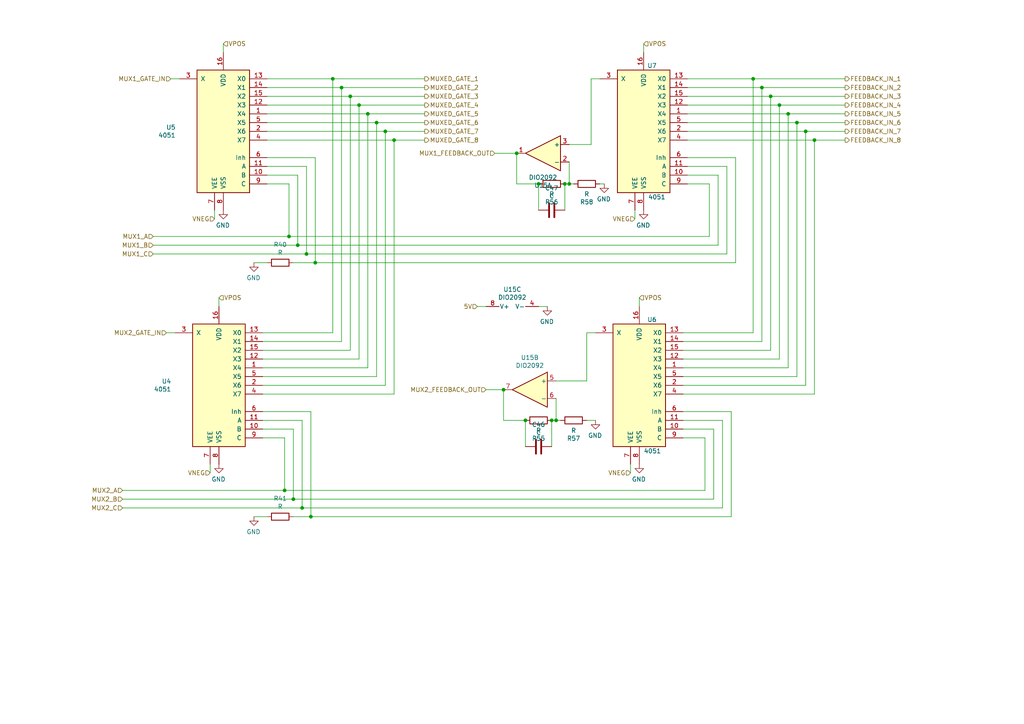
<source format=kicad_sch>
(kicad_sch (version 20230121) (generator eeschema)
  (paper "A4")
  (lib_symbols
    (symbol "4xxx:4051" (pin_names (offset 1.016))
      (property "Reference" "U" (at -7.62 19.05 0))
      (property "Value" "4051" (at -7.62 -19.05 0))
      (symbol "4051_1_0"
        (pin passive line (at -12.7 5.08 0) (length 5.08) (name "X4") (number "1"))
        (pin input line (at -12.7 -12.7 0) (length 5.08) (name "B") (number "10"))
        (pin input line (at -12.7 -10.16 0) (length 5.08) (name "A") (number "11"))
        (pin passive line (at -12.7 7.62 0) (length 5.08) (name "X3") (number "12"))
        (pin passive line (at -12.7 15.24 0) (length 5.08) (name "X0") (number "13"))
        (pin passive line (at -12.7 12.7 0) (length 5.08) (name "X1") (number "14"))
        (pin passive line (at -12.7 10.16 0) (length 5.08) (name "X2") (number "15"))
        (pin power_in line (at 0 22.86 270) (length 5.08) (name "VDD") (number "16"))
        (pin passive line (at -12.7 0 0) (length 5.08) (name "X6") (number "2"))
        (pin passive line (at 12.7 15.24 180) (length 5.08) (name "X") (number "3"))
        (pin passive line (at -12.7 -2.54 0) (length 5.08) (name "X7") (number "4"))
        (pin passive line (at -12.7 2.54 0) (length 5.08) (name "X5") (number "5"))
        (pin input line (at -12.7 -7.62 0) (length 5.08) (name "Inh") (number "6"))
        (pin power_in line (at 2.54 -22.86 90) (length 5.08) (name "VEE") (number "7"))
        (pin power_in line (at 0 -22.86 90) (length 5.08) (name "VSS") (number "8"))
        (pin input line (at -12.7 -15.24 0) (length 5.08) (name "C") (number "9"))
      )
      (symbol "4051_1_1"
        (rectangle (start -7.62 17.78) (end 7.62 -17.78) (stroke (width 0.254)) (fill (type background)))
      )
    )
    (symbol "Amplifier_Operational:LM358" (pin_names (offset 0.127))
      (property "Reference" "U" (at 0 5.08 0))
      (property "Value" "LM358" (at 0 -5.08 0))
      (symbol "LM358_1_1"
        (polyline (pts (xy -5.08 5.08) (xy 5.08 0) (xy -5.08 -5.08) (xy -5.08 5.08)) (stroke (width 0.254)) (fill (type background)))
        (pin output line (at 7.62 0 180) (length 2.54) (name "~") (number "1"))
        (pin input line (at -7.62 -2.54 0) (length 2.54) (name "-") (number "2"))
        (pin input line (at -7.62 2.54 0) (length 2.54) (name "+") (number "3"))
      )
      (symbol "LM358_2_1"
        (polyline (pts (xy -5.08 5.08) (xy 5.08 0) (xy -5.08 -5.08) (xy -5.08 5.08)) (stroke (width 0.254)) (fill (type background)))
        (pin input line (at -7.62 2.54 0) (length 2.54) (name "+") (number "5"))
        (pin input line (at -7.62 -2.54 0) (length 2.54) (name "-") (number "6"))
        (pin output line (at 7.62 0 180) (length 2.54) (name "~") (number "7"))
      )
      (symbol "LM358_3_1"
        (pin power_in line (at -2.54 -7.62 90) (length 3.81) (name "V-") (number "4"))
        (pin power_in line (at -2.54 7.62 270) (length 3.81) (name "V+") (number "8"))
      )
    )
    (symbol "Device:C" (pin_numbers hide) (pin_names (offset 0.254))
      (property "Reference" "C" (at 0.635 2.54 0))
      (property "Value" "C" (at 0.635 -2.54 0))
      (symbol "C_0_1"
        (polyline (pts (xy -2.032 -0.762) (xy 2.032 -0.762)) (stroke (width 0.508)))
        (polyline (pts (xy -2.032 0.762) (xy 2.032 0.762)) (stroke (width 0.508)))
      )
      (symbol "C_1_1"
        (pin passive line (at 0 3.81 270) (length 2.794) (name "~") (number "1"))
        (pin passive line (at 0 -3.81 90) (length 2.794) (name "~") (number "2"))
      )
    )
    (symbol "Device:R" (pin_numbers hide) (pin_names (offset 0))
      (property "Reference" "R" (at 2.032 0 90))
      (property "Value" "R" (at 0 0 90))
      (symbol "R_0_1"
        (rectangle (start -1.016 -2.54) (end 1.016 2.54) (stroke (width 0.254)))
      )
      (symbol "R_1_1"
        (pin passive line (at 0 3.81 270) (length 1.27) (name "~") (number "1"))
        (pin passive line (at 0 -3.81 90) (length 1.27) (name "~") (number "2"))
      )
    )
    (symbol "power:GND" (power) (pin_names (offset 0))
      (property "Value" "GND" (at 0 -3.81 0))
      (symbol "GND_0_1"
        (polyline (pts (xy 0 0) (xy 0 -1.27) (xy 1.27 -1.27) (xy 0 -2.54) (xy -1.27 -1.27) (xy 0 -1.27)))
      )
      (symbol "GND_1_1"
        (pin power_in line (at 0 0 270) (length 0) hide (name "GND") (number "1"))
      )
    )
  )
  (junction (at 223.52 27.94))
  (junction (at 83.82 68.58))
  (junction (at 87.63 147.32))
  (junction (at 149.86 44.45))
  (junction (at 228.6 33.02))
  (junction (at 101.6 27.94))
  (junction (at 220.98 25.4))
  (junction (at 231.14 35.56))
  (junction (at 156.21 53.34))
  (junction (at 88.9 73.66))
  (junction (at 160.02 121.92))
  (junction (at 226.06 30.48))
  (junction (at 91.44 76.2))
  (junction (at 218.44 22.86))
  (junction (at 82.55 142.24))
  (junction (at 85.09 144.78))
  (junction (at 104.14 30.48))
  (junction (at 152.4 121.92))
  (junction (at 236.22 40.64))
  (junction (at 165.1 53.34))
  (junction (at 106.68 33.02))
  (junction (at 109.22 35.56))
  (junction (at 96.52 22.86))
  (junction (at 111.76 38.1))
  (junction (at 86.36 71.12))
  (junction (at 233.68 38.1))
  (junction (at 90.17 149.86))
  (junction (at 114.3 40.64))
  (junction (at 163.83 53.34))
  (junction (at 146.05 113.03))
  (junction (at 99.06 25.4))
  (junction (at 161.29 121.92))
  (wire (pts (xy 184.15 60.96) (xy 184.15 63.5)))
  (wire (pts (xy 231.14 35.56) (xy 245.11 35.56)))
  (wire (pts (xy 82.55 142.24) (xy 204.47 142.24)))
  (wire (pts (xy 199.39 30.48) (xy 226.06 30.48)))
  (wire (pts (xy 76.2 96.52) (xy 96.52 96.52)))
  (wire (pts (xy 83.82 68.58) (xy 44.45 68.58)))
  (wire (pts (xy 88.9 73.66) (xy 44.45 73.66)))
  (wire (pts (xy 173.99 53.34) (xy 175.26 53.34)))
  (wire (pts (xy 199.39 25.4) (xy 220.98 25.4)))
  (wire (pts (xy 114.3 40.64) (xy 123.19 40.64)))
  (wire (pts (xy 171.45 22.86) (xy 171.45 41.91)))
  (wire (pts (xy 140.97 88.9) (xy 138.43 88.9)))
  (wire (pts (xy 91.44 76.2) (xy 85.09 76.2)))
  (wire (pts (xy 91.44 45.72) (xy 91.44 76.2)))
  (wire (pts (xy 77.47 45.72) (xy 91.44 45.72)))
  (wire (pts (xy 90.17 119.38) (xy 90.17 149.86)))
  (wire (pts (xy 85.09 124.46) (xy 85.09 144.78)))
  (wire (pts (xy 199.39 33.02) (xy 228.6 33.02)))
  (wire (pts (xy 101.6 27.94) (xy 123.19 27.94)))
  (wire (pts (xy 104.14 30.48) (xy 123.19 30.48)))
  (wire (pts (xy 76.2 99.06) (xy 99.06 99.06)))
  (wire (pts (xy 199.39 27.94) (xy 223.52 27.94)))
  (wire (pts (xy 77.47 30.48) (xy 104.14 30.48)))
  (wire (pts (xy 204.47 127) (xy 204.47 142.24)))
  (wire (pts (xy 198.12 99.06) (xy 220.98 99.06)))
  (wire (pts (xy 198.12 121.92) (xy 209.55 121.92)))
  (wire (pts (xy 165.1 53.34) (xy 165.1 46.99)))
  (wire (pts (xy 99.06 25.4) (xy 123.19 25.4)))
  (wire (pts (xy 198.12 101.6) (xy 223.52 101.6)))
  (wire (pts (xy 64.77 12.7) (xy 64.77 15.24)))
  (wire (pts (xy 77.47 38.1) (xy 111.76 38.1)))
  (wire (pts (xy 106.68 33.02) (xy 123.19 33.02)))
  (wire (pts (xy 82.55 127) (xy 76.2 127)))
  (wire (pts (xy 101.6 101.6) (xy 101.6 27.94)))
  (wire (pts (xy 236.22 40.64) (xy 245.11 40.64)))
  (wire (pts (xy 198.12 111.76) (xy 233.68 111.76)))
  (wire (pts (xy 236.22 114.3) (xy 236.22 40.64)))
  (wire (pts (xy 86.36 50.8) (xy 86.36 71.12)))
  (wire (pts (xy 83.82 53.34) (xy 77.47 53.34)))
  (wire (pts (xy 91.44 76.2) (xy 213.36 76.2)))
  (wire (pts (xy 77.47 25.4) (xy 99.06 25.4)))
  (wire (pts (xy 170.18 96.52) (xy 170.18 110.49)))
  (wire (pts (xy 96.52 22.86) (xy 123.19 22.86)))
  (wire (pts (xy 106.68 106.68) (xy 106.68 33.02)))
  (wire (pts (xy 114.3 40.64) (xy 114.3 114.3)))
  (wire (pts (xy 62.23 60.96) (xy 62.23 63.5)))
  (wire (pts (xy 208.28 50.8) (xy 208.28 71.12)))
  (wire (pts (xy 170.18 96.52) (xy 172.72 96.52)))
  (wire (pts (xy 87.63 121.92) (xy 87.63 147.32)))
  (wire (pts (xy 152.4 129.54) (xy 152.4 121.92)))
  (wire (pts (xy 63.5 86.36) (xy 63.5 88.9)))
  (wire (pts (xy 161.29 121.92) (xy 162.56 121.92)))
  (wire (pts (xy 88.9 48.26) (xy 88.9 73.66)))
  (wire (pts (xy 146.05 121.92) (xy 152.4 121.92)))
  (wire (pts (xy 109.22 35.56) (xy 109.22 109.22)))
  (wire (pts (xy 223.52 27.94) (xy 245.11 27.94)))
  (wire (pts (xy 87.63 147.32) (xy 209.55 147.32)))
  (wire (pts (xy 156.21 60.96) (xy 156.21 53.34)))
  (wire (pts (xy 160.02 121.92) (xy 160.02 129.54)))
  (wire (pts (xy 86.36 71.12) (xy 208.28 71.12)))
  (wire (pts (xy 198.12 124.46) (xy 207.01 124.46)))
  (wire (pts (xy 86.36 71.12) (xy 44.45 71.12)))
  (wire (pts (xy 76.2 106.68) (xy 106.68 106.68)))
  (wire (pts (xy 149.86 53.34) (xy 156.21 53.34)))
  (wire (pts (xy 186.69 12.7) (xy 186.69 15.24)))
  (wire (pts (xy 76.2 104.14) (xy 104.14 104.14)))
  (wire (pts (xy 77.47 27.94) (xy 101.6 27.94)))
  (wire (pts (xy 209.55 121.92) (xy 209.55 147.32)))
  (wire (pts (xy 76.2 109.22) (xy 109.22 109.22)))
  (wire (pts (xy 149.86 44.45) (xy 149.86 53.34)))
  (wire (pts (xy 82.55 127) (xy 82.55 142.24)))
  (wire (pts (xy 49.53 22.86) (xy 52.07 22.86)))
  (wire (pts (xy 199.39 48.26) (xy 210.82 48.26)))
  (wire (pts (xy 77.47 40.64) (xy 114.3 40.64)))
  (wire (pts (xy 77.47 35.56) (xy 109.22 35.56)))
  (wire (pts (xy 205.74 53.34) (xy 205.74 68.58)))
  (wire (pts (xy 77.47 149.86) (xy 73.66 149.86)))
  (wire (pts (xy 198.12 104.14) (xy 226.06 104.14)))
  (wire (pts (xy 199.39 40.64) (xy 236.22 40.64)))
  (wire (pts (xy 163.83 53.34) (xy 165.1 53.34)))
  (wire (pts (xy 83.82 53.34) (xy 83.82 68.58)))
  (wire (pts (xy 77.47 50.8) (xy 86.36 50.8)))
  (wire (pts (xy 228.6 33.02) (xy 245.11 33.02)))
  (wire (pts (xy 204.47 127) (xy 198.12 127)))
  (wire (pts (xy 226.06 104.14) (xy 226.06 30.48)))
  (wire (pts (xy 163.83 53.34) (xy 163.83 60.96)))
  (wire (pts (xy 111.76 38.1) (xy 123.19 38.1)))
  (wire (pts (xy 60.96 134.62) (xy 60.96 137.16)))
  (wire (pts (xy 220.98 25.4) (xy 245.11 25.4)))
  (wire (pts (xy 96.52 96.52) (xy 96.52 22.86)))
  (wire (pts (xy 146.05 113.03) (xy 146.05 121.92)))
  (wire (pts (xy 146.05 113.03) (xy 140.97 113.03)))
  (wire (pts (xy 223.52 27.94) (xy 223.52 101.6)))
  (wire (pts (xy 199.39 35.56) (xy 231.14 35.56)))
  (wire (pts (xy 90.17 149.86) (xy 85.09 149.86)))
  (wire (pts (xy 220.98 99.06) (xy 220.98 25.4)))
  (wire (pts (xy 199.39 22.86) (xy 218.44 22.86)))
  (wire (pts (xy 172.72 121.92) (xy 170.18 121.92)))
  (wire (pts (xy 109.22 35.56) (xy 123.19 35.56)))
  (wire (pts (xy 198.12 119.38) (xy 212.09 119.38)))
  (wire (pts (xy 76.2 121.92) (xy 87.63 121.92)))
  (wire (pts (xy 77.47 76.2) (xy 73.66 76.2)))
  (wire (pts (xy 171.45 22.86) (xy 173.99 22.86)))
  (wire (pts (xy 210.82 48.26) (xy 210.82 73.66)))
  (wire (pts (xy 171.45 41.91) (xy 165.1 41.91)))
  (wire (pts (xy 161.29 121.92) (xy 161.29 115.57)))
  (wire (pts (xy 48.26 96.52) (xy 50.8 96.52)))
  (wire (pts (xy 83.82 68.58) (xy 205.74 68.58)))
  (wire (pts (xy 104.14 30.48) (xy 104.14 104.14)))
  (wire (pts (xy 198.12 96.52) (xy 218.44 96.52)))
  (wire (pts (xy 182.88 134.62) (xy 182.88 137.16)))
  (wire (pts (xy 207.01 124.46) (xy 207.01 144.78)))
  (wire (pts (xy 160.02 121.92) (xy 161.29 121.92)))
  (wire (pts (xy 218.44 22.86) (xy 245.11 22.86)))
  (wire (pts (xy 170.18 110.49) (xy 161.29 110.49)))
  (wire (pts (xy 233.68 38.1) (xy 233.68 111.76)))
  (wire (pts (xy 76.2 114.3) (xy 114.3 114.3)))
  (wire (pts (xy 212.09 119.38) (xy 212.09 149.86)))
  (wire (pts (xy 77.47 22.86) (xy 96.52 22.86)))
  (wire (pts (xy 185.42 86.36) (xy 185.42 88.9)))
  (wire (pts (xy 76.2 111.76) (xy 111.76 111.76)))
  (wire (pts (xy 76.2 119.38) (xy 90.17 119.38)))
  (wire (pts (xy 77.47 48.26) (xy 88.9 48.26)))
  (wire (pts (xy 213.36 45.72) (xy 213.36 76.2)))
  (wire (pts (xy 198.12 114.3) (xy 236.22 114.3)))
  (wire (pts (xy 199.39 45.72) (xy 213.36 45.72)))
  (wire (pts (xy 149.86 44.45) (xy 143.51 44.45)))
  (wire (pts (xy 218.44 96.52) (xy 218.44 22.86)))
  (wire (pts (xy 228.6 33.02) (xy 228.6 106.68)))
  (wire (pts (xy 35.56 144.78) (xy 85.09 144.78)))
  (wire (pts (xy 77.47 33.02) (xy 106.68 33.02)))
  (wire (pts (xy 35.56 147.32) (xy 87.63 147.32)))
  (wire (pts (xy 231.14 109.22) (xy 231.14 35.56)))
  (wire (pts (xy 82.55 142.24) (xy 35.56 142.24)))
  (wire (pts (xy 99.06 25.4) (xy 99.06 99.06)))
  (wire (pts (xy 198.12 109.22) (xy 231.14 109.22)))
  (wire (pts (xy 205.74 53.34) (xy 199.39 53.34)))
  (wire (pts (xy 76.2 124.46) (xy 85.09 124.46)))
  (wire (pts (xy 76.2 101.6) (xy 101.6 101.6)))
  (wire (pts (xy 198.12 106.68) (xy 228.6 106.68)))
  (wire (pts (xy 88.9 73.66) (xy 210.82 73.66)))
  (wire (pts (xy 233.68 38.1) (xy 245.11 38.1)))
  (wire (pts (xy 226.06 30.48) (xy 245.11 30.48)))
  (wire (pts (xy 85.09 144.78) (xy 207.01 144.78)))
  (wire (pts (xy 158.75 88.9) (xy 156.21 88.9)))
  (wire (pts (xy 199.39 50.8) (xy 208.28 50.8)))
  (wire (pts (xy 199.39 38.1) (xy 233.68 38.1)))
  (wire (pts (xy 90.17 149.86) (xy 212.09 149.86)))
  (wire (pts (xy 111.76 111.76) (xy 111.76 38.1)))
  (wire (pts (xy 165.1 53.34) (xy 166.37 53.34)))
  (hierarchical_label "FEEDBACK_IN_4" (shape output) (at 245.11 30.48 0))
  (hierarchical_label "MUX1_FEEDBACK_OUT" (shape input) (at 143.51 44.45 180))
  (hierarchical_label "VNEG" (shape input) (at 60.96 137.16 180))
  (hierarchical_label "MUX2_A" (shape input) (at 35.56 142.24 180))
  (hierarchical_label "VNEG" (shape input) (at 182.88 137.16 180))
  (hierarchical_label "MUXED_GATE_3" (shape output) (at 123.19 27.94 0))
  (hierarchical_label "FEEDBACK_IN_1" (shape output) (at 245.11 22.86 0))
  (hierarchical_label "MUXED_GATE_8" (shape output) (at 123.19 40.64 0))
  (hierarchical_label "5V" (shape input) (at 138.43 88.9 180))
  (hierarchical_label "VNEG" (shape input) (at 62.23 63.5 180))
  (hierarchical_label "VPOS" (shape input) (at 185.42 86.36 0))
  (hierarchical_label "FEEDBACK_IN_2" (shape output) (at 245.11 25.4 0))
  (hierarchical_label "MUX1_B" (shape input) (at 44.45 71.12 180))
  (hierarchical_label "MUXED_GATE_5" (shape output) (at 123.19 33.02 0))
  (hierarchical_label "MUXED_GATE_6" (shape output) (at 123.19 35.56 0))
  (hierarchical_label "MUX2_C" (shape input) (at 35.56 147.32 180))
  (hierarchical_label "FEEDBACK_IN_6" (shape output) (at 245.11 35.56 0))
  (hierarchical_label "MUX1_C" (shape input) (at 44.45 73.66 180))
  (hierarchical_label "FEEDBACK_IN_5" (shape output) (at 245.11 33.02 0))
  (hierarchical_label "VNEG" (shape input) (at 184.15 63.5 180))
  (hierarchical_label "MUX2_GATE_IN" (shape input) (at 48.26 96.52 180))
  (hierarchical_label "VPOS" (shape input) (at 63.5 86.36 0))
  (hierarchical_label "FEEDBACK_IN_8" (shape output) (at 245.11 40.64 0))
  (hierarchical_label "MUX1_GATE_IN" (shape input) (at 49.53 22.86 180))
  (hierarchical_label "FEEDBACK_IN_7" (shape output) (at 245.11 38.1 0))
  (hierarchical_label "MUXED_GATE_1" (shape output) (at 123.19 22.86 0))
  (hierarchical_label "VPOS" (shape input) (at 186.69 12.7 0))
  (hierarchical_label "MUX2_FEEDBACK_OUT" (shape input) (at 140.97 113.03 180))
  (hierarchical_label "VPOS" (shape input) (at 64.77 12.7 0))
  (hierarchical_label "MUX1_A" (shape input) (at 44.45 68.58 180))
  (hierarchical_label "MUXED_GATE_4" (shape output) (at 123.19 30.48 0))
  (hierarchical_label "FEEDBACK_IN_3" (shape output) (at 245.11 27.94 0))
  (hierarchical_label "MUXED_GATE_7" (shape output) (at 123.19 38.1 0))
  (hierarchical_label "MUXED_GATE_2" (shape output) (at 123.19 25.4 0))
  (hierarchical_label "MUX2_B" (shape input) (at 35.56 144.78 180))
  (symbol (lib_id "4xxx:4051") (at 64.77 38.1 0) (mirror y) (unit 1)
    (property "Reference" "U5" (at 50.9524 36.9316 0) (effects (justify left)))
    (property "Value" "4051" (at 50.9524 39.243 0) (effects (justify left)))
    (property "Footprint" "Package_SO:SOIC-16_3.9x9.9mm_P1.27mm" (effects hide))
    (property "Datasheet" "http://www.intersil.com/content/dam/Intersil/documents/cd40/cd4051bms-52bms-53bms.pdf" (effects hide))
  )
  (symbol (lib_id "power:GND") (at 64.77 60.96 0) (mirror y) (unit 1)
    (property "Reference" "#PWR0148" (effects hide))
    (property "Value" "GND" (at 64.643 65.3542 0))
  )
  (symbol (lib_id "4xxx:4051") (at 63.5 111.76 0) (mirror y) (unit 1)
    (property "Reference" "U4" (at 49.6824 110.5916 0) (effects (justify left)))
    (property "Value" "4051" (at 49.6824 112.903 0) (effects (justify left)))
    (property "Footprint" "Package_SO:SOIC-16_3.9x9.9mm_P1.27mm" (effects hide))
    (property "Datasheet" "http://www.intersil.com/content/dam/Intersil/documents/cd40/cd4051bms-52bms-53bms.pdf" (effects hide))
  )
  (symbol (lib_id "power:GND") (at 63.5 134.62 0) (mirror y) (unit 1)
    (property "Reference" "#PWR0149" (effects hide))
    (property "Value" "GND" (at 63.373 139.0142 0))
  )
  (symbol (lib_id "4xxx:4051") (at 186.69 38.1 0) (mirror y) (unit 1)
    (property "Reference" "U7" (at 190.5 19.05 0) (effects (justify left)))
    (property "Value" "4051" (at 193.04 57.15 0) (effects (justify left)))
    (property "Footprint" "Package_SO:SOIC-16_3.9x9.9mm_P1.27mm" (effects hide))
    (property "Datasheet" "http://www.intersil.com/content/dam/Intersil/documents/cd40/cd4051bms-52bms-53bms.pdf" (effects hide))
  )
  (symbol (lib_id "power:GND") (at 186.69 60.96 0) (mirror y) (unit 1)
    (property "Reference" "#PWR0150" (effects hide))
    (property "Value" "GND" (at 186.563 65.3542 0))
  )
  (symbol (lib_id "4xxx:4051") (at 185.42 111.76 0) (mirror y) (unit 1)
    (property "Reference" "U6" (at 190.5 92.71 0) (effects (justify left)))
    (property "Value" "4051" (at 191.77 130.81 0) (effects (justify left)))
    (property "Footprint" "Package_SO:SOIC-16_3.9x9.9mm_P1.27mm" (effects hide))
    (property "Datasheet" "http://www.intersil.com/content/dam/Intersil/documents/cd40/cd4051bms-52bms-53bms.pdf" (effects hide))
  )
  (symbol (lib_id "power:GND") (at 185.42 134.62 0) (mirror y) (unit 1)
    (property "Reference" "#PWR0151" (effects hide))
    (property "Value" "GND" (at 185.293 139.0142 0))
  )
  (symbol (lib_id "Device:R") (at 81.28 76.2 270) (unit 1)
    (property "Reference" "R40" (at 81.28 70.9422 90))
    (property "Value" "R" (at 81.28 73.2536 90))
    (property "Footprint" "Resistor_SMD:R_1206_3216Metric" (effects hide))
  )
  (symbol (lib_id "Device:R") (at 81.28 149.86 270) (unit 1)
    (property "Reference" "R41" (at 81.28 144.6022 90))
    (property "Value" "R" (at 81.28 146.9136 90))
    (property "Footprint" "Resistor_SMD:R_1206_3216Metric" (effects hide))
  )
  (symbol (lib_id "power:GND") (at 73.66 76.2 0) (mirror y) (unit 1)
    (property "Reference" "#PWR0161" (effects hide))
    (property "Value" "GND" (at 73.533 80.5942 0))
  )
  (symbol (lib_id "power:GND") (at 73.66 149.86 0) (mirror y) (unit 1)
    (property "Reference" "#PWR0162" (effects hide))
    (property "Value" "GND" (at 73.533 154.2542 0))
  )
  (symbol (lib_id "Amplifier_Operational:LM358") (at 157.48 44.45 0) (mirror y) (unit 1)
    (property "Reference" "U15" (at 157.48 53.7718 0))
    (property "Value" "DIO2092" (at 157.48 51.4604 0))
    (property "Footprint" "Package_SO:SOIC-8_3.9x4.9mm_P1.27mm" (effects hide))
    (property "Datasheet" "http://www.ti.com/lit/ds/symlink/lm2904-n.pdf" (effects hide))
  )
  (symbol (lib_id "Amplifier_Operational:LM358") (at 153.67 113.03 0) (mirror y) (unit 2)
    (property "Reference" "U15" (at 153.67 103.7082 0))
    (property "Value" "DIO2092" (at 153.67 106.0196 0))
    (property "Footprint" "Package_SO:SOIC-8_3.9x4.9mm_P1.27mm" (effects hide))
    (property "Datasheet" "http://www.ti.com/lit/ds/symlink/lm2904-n.pdf" (effects hide))
  )
  (symbol (lib_id "Amplifier_Operational:LM358") (at 148.59 86.36 90) (unit 3)
    (property "Reference" "U15" (at 148.59 83.947 90))
    (property "Value" "DIO2092" (at 148.59 86.2584 90))
    (property "Footprint" "Package_SO:SOIC-8_3.9x4.9mm_P1.27mm" (effects hide))
    (property "Datasheet" "http://www.ti.com/lit/ds/symlink/lm2904-n.pdf" (effects hide))
  )
  (symbol (lib_id "Device:R") (at 156.21 121.92 270) (mirror x) (unit 1)
    (property "Reference" "R55" (at 156.21 127.1778 90))
    (property "Value" "R" (at 156.21 124.8664 90))
    (property "Footprint" "Resistor_SMD:R_1206_3216Metric" (effects hide))
  )
  (symbol (lib_id "Device:R") (at 166.37 121.92 270) (mirror x) (unit 1)
    (property "Reference" "R57" (at 166.37 127.1778 90))
    (property "Value" "R" (at 166.37 124.8664 90))
    (property "Footprint" "Resistor_SMD:R_1206_3216Metric" (effects hide))
  )
  (symbol (lib_id "power:GND") (at 172.72 121.92 0) (mirror y) (unit 1)
    (property "Reference" "#PWR0193" (effects hide))
    (property "Value" "GND" (at 172.593 126.3142 0))
  )
  (symbol (lib_id "Device:C") (at 156.21 129.54 270) (unit 1)
    (property "Reference" "C46" (at 156.21 123.1392 90))
    (property "Value" "C" (at 156.21 125.4506 90))
    (property "Footprint" "Capacitor_SMD:C_1206_3216Metric" (effects hide))
  )
  (symbol (lib_id "power:GND") (at 158.75 88.9 0) (mirror y) (unit 1)
    (property "Reference" "#PWR0194" (effects hide))
    (property "Value" "GND" (at 158.623 93.2942 0))
  )
  (symbol (lib_id "Device:R") (at 160.02 53.34 270) (mirror x) (unit 1)
    (property "Reference" "R56" (at 160.02 58.5978 90))
    (property "Value" "R" (at 160.02 56.2864 90))
    (property "Footprint" "Resistor_SMD:R_1206_3216Metric" (effects hide))
  )
  (symbol (lib_id "Device:R") (at 170.18 53.34 270) (mirror x) (unit 1)
    (property "Reference" "R58" (at 170.18 58.5978 90))
    (property "Value" "R" (at 170.18 56.2864 90))
    (property "Footprint" "Resistor_SMD:R_1206_3216Metric" (effects hide))
  )
  (symbol (lib_id "Device:C") (at 160.02 60.96 270) (unit 1)
    (property "Reference" "C47" (at 160.02 54.5592 90))
    (property "Value" "C" (at 160.02 56.8706 90))
    (property "Footprint" "Capacitor_SMD:C_1206_3216Metric" (effects hide))
  )
  (symbol (lib_id "power:GND") (at 175.26 53.34 0) (mirror y) (unit 1)
    (property "Reference" "#PWR0195" (effects hide))
    (property "Value" "GND" (at 175.133 57.7342 0))
  )
)
</source>
